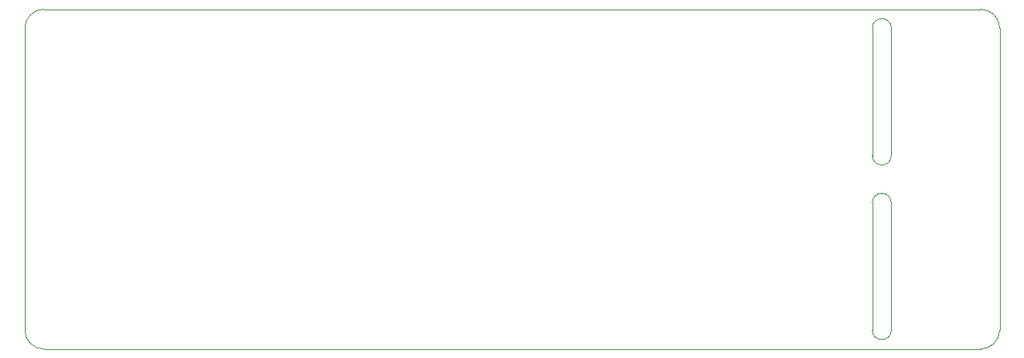
<source format=gbr>
%TF.GenerationSoftware,KiCad,Pcbnew,9.0.5*%
%TF.CreationDate,2025-11-15T15:40:49+01:00*%
%TF.ProjectId,Robobuoy-Sub-v3_0,526f626f-6275-46f7-992d-5375622d7633,rev?*%
%TF.SameCoordinates,Original*%
%TF.FileFunction,Profile,NP*%
%FSLAX46Y46*%
G04 Gerber Fmt 4.6, Leading zero omitted, Abs format (unit mm)*
G04 Created by KiCad (PCBNEW 9.0.5) date 2025-11-15 15:40:49*
%MOMM*%
%LPD*%
G01*
G04 APERTURE LIST*
%TA.AperFunction,Profile*%
%ADD10C,0.100000*%
%TD*%
G04 APERTURE END LIST*
D10*
X108450000Y-34000000D02*
X108450000Y-47500000D01*
X18900000Y-68000000D02*
G75*
G02*
X16900000Y-66000000I0J2000000D01*
G01*
X117900000Y-32000000D02*
G75*
G02*
X119900000Y-34000000I0J-2000000D01*
G01*
X16900000Y-34000000D02*
G75*
G02*
X18900000Y-32000000I2000000J0D01*
G01*
X119900000Y-66000000D02*
G75*
G02*
X117900000Y-68000000I-2000000J0D01*
G01*
X117900000Y-68000000D02*
X18900000Y-68000000D01*
X16900000Y-66000000D02*
X16900000Y-34000000D01*
X106450000Y-52500000D02*
X106450000Y-66000000D01*
X106450000Y-34000000D02*
G75*
G02*
X108450000Y-34000000I1000000J0D01*
G01*
X108450000Y-47500000D02*
G75*
G02*
X106450000Y-47500000I-1000000J0D01*
G01*
X106450000Y-34000000D02*
X106450000Y-47500000D01*
X18900000Y-32000000D02*
X117900000Y-32000000D01*
X108450000Y-52500000D02*
X108450000Y-66000000D01*
X106450000Y-52500000D02*
G75*
G02*
X108450000Y-52500000I1000000J0D01*
G01*
X108450000Y-66000000D02*
G75*
G02*
X106450000Y-66000000I-1000000J0D01*
G01*
X119900000Y-34000000D02*
X119900000Y-66000000D01*
M02*

</source>
